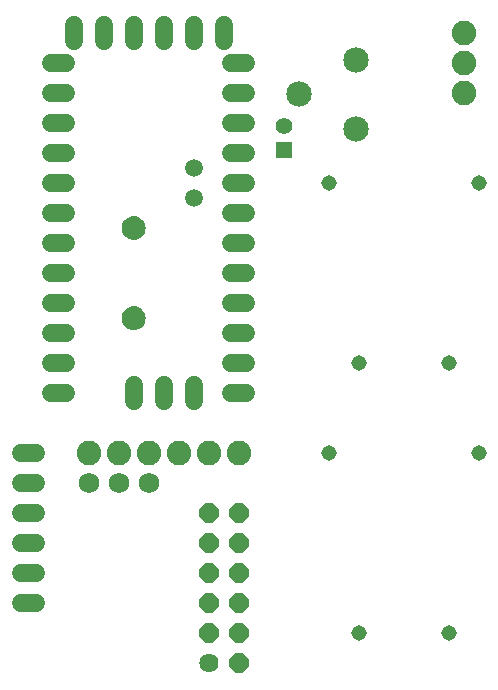
<source format=gbr>
G04 EAGLE Gerber RS-274X export*
G75*
%MOMM*%
%FSLAX34Y34*%
%LPD*%
%INSoldermask Bottom*%
%IPPOS*%
%AMOC8*
5,1,8,0,0,1.08239X$1,22.5*%
G01*
%ADD10C,2.153200*%
%ADD11C,1.511200*%
%ADD12C,1.511200*%
%ADD13C,1.524000*%
%ADD14C,1.625600*%
%ADD15P,1.759533X8X112.500000*%
%ADD16C,1.727200*%
%ADD17C,2.082800*%
%ADD18C,1.311200*%
%ADD19R,1.411200X1.411200*%
%ADD20C,1.411200*%

G36*
X177951Y409024D02*
X177951Y409024D01*
X178023Y409022D01*
X179859Y409227D01*
X179905Y409241D01*
X179980Y409253D01*
X181741Y409813D01*
X181783Y409836D01*
X181855Y409862D01*
X183472Y410755D01*
X183510Y410785D01*
X183575Y410825D01*
X184987Y412016D01*
X185018Y412053D01*
X185074Y412105D01*
X186227Y413549D01*
X186250Y413591D01*
X186294Y413653D01*
X187143Y415294D01*
X187158Y415340D01*
X187189Y415409D01*
X187702Y417184D01*
X187707Y417232D01*
X187725Y417307D01*
X187881Y419147D01*
X187877Y419191D01*
X187881Y419256D01*
X187721Y421087D01*
X187708Y421133D01*
X187698Y421209D01*
X187184Y422973D01*
X187163Y423017D01*
X187138Y423089D01*
X186289Y424719D01*
X186260Y424757D01*
X186221Y424823D01*
X185071Y426256D01*
X185035Y426288D01*
X184984Y426345D01*
X183576Y427526D01*
X183535Y427550D01*
X183474Y427596D01*
X181862Y428480D01*
X181817Y428495D01*
X181748Y428529D01*
X179995Y429081D01*
X179948Y429087D01*
X179874Y429107D01*
X178047Y429307D01*
X178001Y429303D01*
X177932Y429309D01*
X176256Y429186D01*
X176213Y429175D01*
X176147Y429169D01*
X174517Y428758D01*
X174477Y428739D01*
X174413Y428721D01*
X172880Y428033D01*
X172843Y428008D01*
X172783Y427979D01*
X171393Y427035D01*
X171361Y427004D01*
X171307Y426966D01*
X170101Y425795D01*
X170075Y425759D01*
X170029Y425711D01*
X169045Y424349D01*
X169026Y424308D01*
X168989Y424254D01*
X168256Y422741D01*
X168244Y422698D01*
X168217Y422638D01*
X167759Y421021D01*
X167754Y420976D01*
X167738Y420912D01*
X167567Y419240D01*
X167571Y419192D01*
X167567Y419113D01*
X167733Y417441D01*
X167745Y417398D01*
X167754Y417333D01*
X168208Y415715D01*
X168227Y415674D01*
X168247Y415611D01*
X168975Y414097D01*
X169001Y414061D01*
X169031Y414002D01*
X170012Y412637D01*
X170044Y412606D01*
X170084Y412553D01*
X171286Y411379D01*
X171323Y411354D01*
X171371Y411309D01*
X172759Y410362D01*
X172800Y410344D01*
X172856Y410308D01*
X174387Y409616D01*
X174430Y409605D01*
X174491Y409579D01*
X176120Y409164D01*
X176164Y409161D01*
X176229Y409146D01*
X177904Y409020D01*
X177951Y409024D01*
G37*
G36*
X178027Y332748D02*
X178027Y332748D01*
X178099Y332746D01*
X179935Y332951D01*
X179981Y332965D01*
X180056Y332977D01*
X181817Y333537D01*
X181859Y333560D01*
X181931Y333586D01*
X183548Y334479D01*
X183586Y334509D01*
X183651Y334549D01*
X185063Y335740D01*
X185094Y335777D01*
X185150Y335829D01*
X186303Y337273D01*
X186326Y337315D01*
X186370Y337377D01*
X187219Y339018D01*
X187234Y339064D01*
X187265Y339133D01*
X187778Y340908D01*
X187783Y340956D01*
X187801Y341031D01*
X187957Y342871D01*
X187953Y342915D01*
X187957Y342980D01*
X187797Y344811D01*
X187784Y344857D01*
X187774Y344933D01*
X187260Y346697D01*
X187239Y346741D01*
X187214Y346813D01*
X186365Y348443D01*
X186336Y348481D01*
X186297Y348547D01*
X185147Y349980D01*
X185111Y350012D01*
X185060Y350069D01*
X183652Y351250D01*
X183611Y351274D01*
X183550Y351320D01*
X181938Y352204D01*
X181893Y352219D01*
X181824Y352253D01*
X180071Y352805D01*
X180024Y352811D01*
X179950Y352831D01*
X178123Y353031D01*
X178077Y353027D01*
X178008Y353033D01*
X176332Y352910D01*
X176289Y352899D01*
X176223Y352893D01*
X174593Y352482D01*
X174553Y352463D01*
X174489Y352445D01*
X172956Y351757D01*
X172919Y351732D01*
X172859Y351703D01*
X171469Y350759D01*
X171437Y350728D01*
X171383Y350690D01*
X170177Y349519D01*
X170151Y349483D01*
X170105Y349435D01*
X169121Y348073D01*
X169102Y348032D01*
X169065Y347978D01*
X168332Y346465D01*
X168320Y346422D01*
X168293Y346362D01*
X167835Y344745D01*
X167830Y344700D01*
X167814Y344636D01*
X167643Y342964D01*
X167647Y342916D01*
X167643Y342837D01*
X167809Y341165D01*
X167821Y341122D01*
X167830Y341057D01*
X168284Y339439D01*
X168303Y339398D01*
X168323Y339335D01*
X169051Y337821D01*
X169077Y337785D01*
X169107Y337726D01*
X170088Y336361D01*
X170120Y336330D01*
X170160Y336277D01*
X171362Y335103D01*
X171399Y335078D01*
X171447Y335033D01*
X172835Y334086D01*
X172876Y334068D01*
X172932Y334032D01*
X174463Y333340D01*
X174506Y333329D01*
X174567Y333303D01*
X176196Y332888D01*
X176240Y332885D01*
X176305Y332870D01*
X177980Y332744D01*
X178027Y332748D01*
G37*
D10*
X365760Y503080D03*
X365760Y561080D03*
X317760Y533080D03*
D11*
X127000Y577660D02*
X127000Y590740D01*
X152400Y590740D02*
X152400Y577660D01*
X177800Y577660D02*
X177800Y590740D01*
X203200Y590740D02*
X203200Y577660D01*
X228600Y577660D02*
X228600Y590740D01*
X254000Y590740D02*
X254000Y577660D01*
X120840Y558800D02*
X107760Y558800D01*
X107760Y533400D02*
X120840Y533400D01*
X120840Y508000D02*
X107760Y508000D01*
X107760Y482600D02*
X120840Y482600D01*
X120840Y457200D02*
X107760Y457200D01*
X107760Y431800D02*
X120840Y431800D01*
X120840Y406400D02*
X107760Y406400D01*
X107760Y381000D02*
X120840Y381000D01*
X120840Y355600D02*
X107760Y355600D01*
X107760Y330200D02*
X120840Y330200D01*
X120840Y304800D02*
X107760Y304800D01*
X107760Y279400D02*
X120840Y279400D01*
X260160Y558800D02*
X273240Y558800D01*
X273240Y533400D02*
X260160Y533400D01*
X260160Y508000D02*
X273240Y508000D01*
X273240Y482600D02*
X260160Y482600D01*
X260160Y457200D02*
X273240Y457200D01*
X273240Y431800D02*
X260160Y431800D01*
X260160Y406400D02*
X273240Y406400D01*
X273240Y381000D02*
X260160Y381000D01*
X260160Y355600D02*
X273240Y355600D01*
X273240Y330200D02*
X260160Y330200D01*
X260160Y304800D02*
X273240Y304800D01*
X273240Y279400D02*
X260160Y279400D01*
X228600Y285940D02*
X228600Y272860D01*
X203200Y272860D02*
X203200Y285940D01*
X177800Y285940D02*
X177800Y272860D01*
D12*
X228600Y469900D03*
X228600Y444500D03*
D13*
X95504Y228600D02*
X82296Y228600D01*
X82296Y203200D02*
X95504Y203200D01*
X95504Y177800D02*
X82296Y177800D01*
X82296Y152400D02*
X95504Y152400D01*
X95504Y127000D02*
X82296Y127000D01*
X82296Y101600D02*
X95504Y101600D01*
D14*
X241300Y50800D03*
D15*
X266700Y50800D03*
X241300Y76200D03*
X266700Y76200D03*
X241300Y101600D03*
X266700Y101600D03*
X241300Y127000D03*
X266700Y127000D03*
X241300Y152400D03*
X266700Y152400D03*
X241300Y177800D03*
X266700Y177800D03*
D16*
X190500Y203200D03*
X165100Y203200D03*
X139700Y203200D03*
D17*
X139700Y228600D03*
X165100Y228600D03*
X190500Y228600D03*
X215900Y228600D03*
X241300Y228600D03*
X266700Y228600D03*
D18*
X342900Y228600D03*
X469900Y228600D03*
X444500Y76200D03*
X368300Y76200D03*
X342900Y457200D03*
X469900Y457200D03*
X444500Y304800D03*
X368300Y304800D03*
D17*
X457200Y584200D03*
X457200Y558800D03*
X457200Y533400D03*
D19*
X304800Y485300D03*
D20*
X304800Y505300D03*
M02*

</source>
